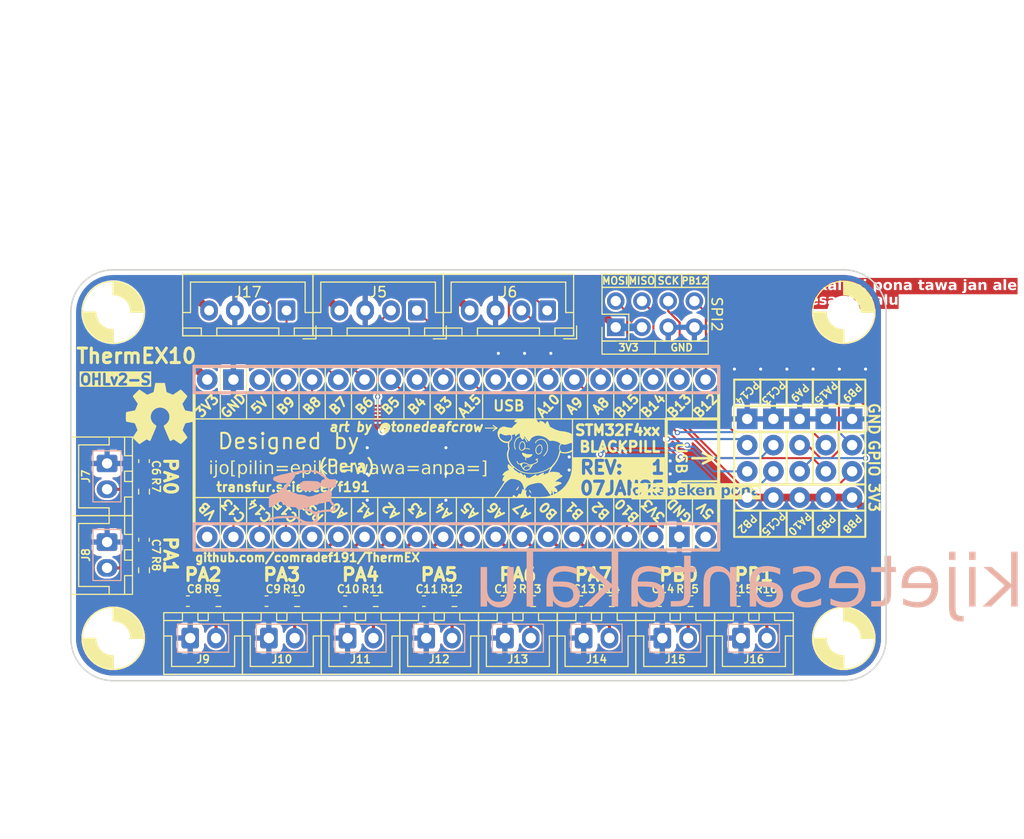
<source format=kicad_pcb>
(kicad_pcb (version 20240108) (generator "pcbnew") (generator_version "8.0")
  (layers (0 "F.Cu" signal) (31 "B.Cu" signal) (34 "B.Paste" user) (35 "F.Paste" user) (36 "B.SilkS" user "B.Silkscreen") (37 "F.SilkS" user "F.Silkscreen") (38 "B.Mask" user) (39 "F.Mask" user) (44 "Edge.Cuts" user))
  (net 0 "")
  (net 2 "GND")
  (net 3 "/ADC-0")
  (net 4 "/ADC-1")
  (net 5 "/ADC-2")
  (net 6 "/ADC-3")
  (net 7 "/ADC-4")
  (net 8 "/ADC-5")
  (net 9 "/ADC-6")
  (net 10 "/ADC-7")
  (net 11 "/ADC-8")
  (net 12 "/ADC-9")
  (net 13 "/GPIO-9")
  (net 14 "/GPIO-11")
  (net 15 "/GPIO-6")
  (net 16 "/GPIO-8")
  (net 17 "/GPIO-3")
  (net 18 "/GPIO-12")
  (net 19 "/GPIO-10")
  (net 20 "/GPIO-4")
  (net 21 "/GPIO-2")
  (net 22 "/GPIO-5")
  (net 23 "/GPIO-1")
  (net 24 "+3V3")
  (net 25 "/SPI2-SCK")
  (net 26 "/SPI2-MOSI")
  (net 27 "/SPI2-MISO")
  (net 28 "/I2C-SCL-2")
  (net 29 "/I2C-SDA-2")
  (net 30 "/I2C-SDA-3")
  (net 31 "/I2C-SCL-3")
  (net 32 "/I2C-SDA-1")
  (net 33 "/I2C-SCL-1")
  (footprint "Capacitor_SMD:C_0603_1608Metric" (layer "F.Cu") (at 113.0078 62.2514 90)
    (property "Reference" "C6")
    (property "Value" "100nF")
  )
  (footprint "Resistor_SMD:R_0603_1608Metric" (layer "F.Cu") (at 113.0078 65.2114 90)
    (property "Reference" "R7")
    (property "Value" "4.7kΩ")
  )
  (footprint "CustomFootprints:JST-XH_1x02-V ~ Custom" (layer "F.Cu") (at 141.5878 79.4014)
    (property "Reference" "J12")
    (property "Value" "1x2-JSTXH")
  )
  (footprint "CustomFootprints:M3 Mounting Hole ~ Classic" (layer "F.Cu") (at 180.7678 47.8264)
    (property "Reference" "H2" (hide yes))
    (property "Value" "M3 Mounting Hole")
  )
  (footprint "Resistor_SMD:R_0603_1608Metric" (layer "F.Cu") (at 165.9278 75.8214 180)
    (property "Reference" "R15")
    (property "Value" "4.7kΩ")
  )
  (footprint "Resistor_SMD:R_0603_1608Metric" (layer "F.Cu") (at 120.2078 75.8214 180)
    (property "Reference" "R9")
    (property "Value" "4.7kΩ")
  )
  (footprint "Connector_PinHeader_2.54mm:PinHeader_2x05_P2.54mm_Vertical" (layer "F.Cu") (at 181.576 60.706 -90)
    (property "Reference" "J2" (hide yes))
    (property "Value" "2.54_2x5-M")
  )
  (footprint "Resistor_SMD:R_0603_1608Metric" (layer "F.Cu") (at 143.0678 75.8214 180)
    (property "Reference" "R12")
    (property "Value" "4.7kΩ")
  )
  (footprint "Connector_JST:JST_XH_B4B-XH-A_1x04_P2.50mm_Vertical" (layer "F.Cu") (at 139.4268 47.658 180)
    (property "Reference" "J5")
    (property "Value" "1x4-JSTXH")
  )
  (footprint "Connector_PinHeader_2.54mm:PinHeader_2x04_P2.54mm_Vertical" (layer "F.Cu") (at 158.6868 49.288 90)
    (property "Reference" "J4" (hide yes))
    (property "Value" "2.54_2x4-M")
  )
  (footprint "Capacitor_SMD:C_0603_1608Metric" (layer "F.Cu") (at 162.9678 75.8214 180)
    (property "Reference" "C14")
    (property "Value" "100nF")
  )
  (footprint "Capacitor_SMD:C_0603_1608Metric" (layer "F.Cu") (at 170.5878 75.8214 180)
    (property "Reference" "C15")
    (property "Value" "100nF")
  )
  (footprint "CustomFootprints:M3 Mounting Hole ~ Classic" (layer "F.Cu") (at 180.7678 79.4264)
    (property "Reference" "H4" (hide yes))
    (property "Value" "M3 Mounting Hole")
  )
  (footprint "CustomFootprints:Socketed MCU - STM32 BlackPill" (layer "F.Cu") (at 143.256 61.976)
    (property "Reference" "U1" (hide yes))
    (property "Value" "~")
  )
  (footprint "Resistor_SMD:R_0603_1608Metric" (layer "F.Cu") (at 173.5478 75.8214 180)
    (property "Reference" "R16")
    (property "Value" "4.7kΩ")
  )
  (footprint "LOGO" (layer "F.Cu") (at 150.607701 61.726801)
    (property "Reference" "G***" (hide yes))
    (property "Value" "LOGO" (hide yes))
  )
  (footprint "Resistor_SMD:R_0603_1608Metric" (layer "F.Cu") (at 127.8278 75.8214 180)
    (property "Reference" "R10")
    (property "Value" "4.7kΩ")
  )
  (footprint "CustomFootprints:JST-XH_1x02-V ~ Custom" (layer "F.Cu") (at 109.4278 71.3514 -90)
    (property "Reference" "J8")
    (property "Value" "1x2-JSTXH")
  )
  (footprint "CustomFootprints:JST-XH_1x02-V ~ Custom" (layer "F.Cu") (at 118.7278 79.4014)
    (property "Reference" "J9")
    (property "Value" "1x2-JSTXH")
  )
  (footprint "Capacitor_SMD:C_0603_1608Metric" (layer "F.Cu") (at 155.3478 75.8214 180)
    (property "Reference" "C13")
    (property "Value" "100nF")
  )
  (footprint "Resistor_SMD:R_0603_1608Metric" (layer "F.Cu") (at 158.3078 75.8214 180)
    (property "Reference" "R14")
    (property "Value" "4.7kΩ")
  )
  (footprint "CustomFootprints:JST-XH_1x02-V ~ Custom" (layer "F.Cu") (at 164.4478 79.4014)
    (property "Reference" "J15")
    (property "Value" "1x2-JSTXH")
  )
  (footprint "CustomFootprints:M3 Mounting Hole ~ Classic" (layer "F.Cu") (at 110.0278 79.4264)
    (property "Reference" "H3" (hide yes))
    (property "Value" "M3 Mounting Hole")
  )
  (footprint "CustomFootprints:JST-XH_1x02-V ~ Custom" (layer "F.Cu") (at 149.2078 79.4014)
    (property "Reference" "J13")
    (property "Value" "1x2-JSTXH")
  )
  (footprint "Connector_JST:JST_XH_B4B-XH-A_1x04_P2.50mm_Vertical" (layer "F.Cu") (at 152.0468 47.658 180)
    (property "Reference" "J6")
    (property "Value" "1x4-JSTXH")
  )
  (footprint "Capacitor_SMD:C_0603_1608Metric" (layer "F.Cu") (at 124.8678 75.8214 180)
    (property "Reference" "C9")
    (property "Value" "100nF")
  )
  (footprint "Capacitor_SMD:C_0603_1608Metric" (layer "F.Cu") (at 140.1078 75.8214 180)
    (property "Reference" "C11")
    (property "Value" "100nF")
  )
  (footprint "CustomFootprints:JST-XH_1x02-V ~ Custom" (layer "F.Cu") (at 156.8278 79.4014)
    (property "Reference" "J14")
    (property "Value" "1x2-JSTXH")
  )
  (footprint "CustomFootprints:M3 Mounting Hole ~ Classic" (layer "F.Cu") (at 110.0278 47.8264)
    (property "Reference" "H1" (hide yes))
    (property "Value" "M3 Mounting Hole")
  )
  (footprint "Capacitor_SMD:C_0603_1608Metric" (layer "F.Cu") (at 147.7278 75.8214 180)
    (property "Reference" "C12")
    (property "Value" "100nF")
  )
  (footprint "Resistor_SMD:R_0603_1608Metric" (layer "F.Cu") (at 113.0078 72.8314 90)
    (property "Reference" "R8")
    (property "Value" "4.7kΩ")
  )
  (footprint "Resistor_SMD:R_0603_1608Metric" (layer "F.Cu") (at 150.6878 75.8214 180)
    (property "Reference" "R13")
    (property "Value" "4.7kΩ")
  )
  (footprint "Connector_PinHeader_2.54mm:PinHeader_1x05_P2.54mm_Vertical" (layer "F.Cu") (at 181.576 65.786 -90)
    (property "Reference" "J3" (hide yes))
    (property "Value" "2.54_1x5-M")
  )
  (footprint "CustomFootprints:JST-XH_1x02-V ~ Custom" (layer "F.Cu") (at 126.3478 79.4014)
    (property "Reference" "J10")
    (property "Value" "1x2-JSTXH")
  )
  (footprint "CustomFootprints:JST-XH_1x02-V ~ Custom" (layer "F.Cu") (at 109.4278 63.7314 -90)
    (property "Reference" "J7")
    (property "Value" "1x2-JSTXH")
  )
  (footprint "Capacitor_SMD:C_0603_1608Metric" (layer "F.Cu") (at 117.2478 75.8214 180)
    (property "Reference" "C8")
    (property "Value" "100nF")
  )
  (footprint "Connector_JST:JST_XH_B4B-XH-A_1x04_P2.50mm_Vertical" (layer "F.Cu") (at 126.8068 47.658 180)
    (property "Reference" "J17")
    (property "Value" "1x4-JSTXH")
  )
  (footprint "Symbol:OSHW-Symbol_6.7x6mm_SilkScreen" (layer "F.Cu") (at 114.554 57.658)
    (property "Reference" "REF**" (hide yes))
    (property "Value" "OSHW-Symbol_6.7x6mm_SilkScreen" (hide yes))
  )
  (footprint "Connector_PinHeader_2.54mm:PinHeader_1x05_P2.54mm_Vertical" (layer "F.Cu") (at 181.576 58.166 -90)
    (property "Reference" "J1" (hide yes))
    (property "Value" "2.54_1x5-M")
  )
  (footprint "CustomFootprints:JST-XH_1x02-V ~ Custom" (layer "F.Cu") (at 133.9678 79.4014)
    (property "Reference" "J11")
    (property "Value" "1x2-JSTXH")
  )
  (footprint "Capacitor_SMD:C_0603_1608Metric" (layer "F.Cu") (at 113.0078 69.8714 90)
    (property "Reference" "C7")
    (property "Value" "100nF")
  )
  (footprint "LOGO" (layer "F.Cu") (at 150.639 61.9518)
    (property "Reference" "G***" (hide yes))
    (property "Value" "LOGO" (hide yes))
  )
  (footprint "Capacitor_SMD:C_0603_1608Metric" (layer "F.Cu") (at 132.4878 75.8214 180)
    (property "Reference" "C10")
    (property "Value" "100nF")
  )
  (footprint "CustomFootprints:JST-XH_1x02-V ~ Custom" (layer "F.Cu") (at 172.0678 79.4014)
    (property "Reference" "J16")
    (property "Value" "1x2-JSTXH")
  )
  (footprint "Resistor_SMD:R_0603_1608Metric" (layer "F.Cu") (at 135.4478 75.8214 180)
    (property "Reference" "R11")
    (property "Value" "4.7kΩ")
  )
  (footprint "LOGO" (layer "B.Cu") (at 128.3494 66.0928 180)
    (property "Reference" "G***" (hide yes))
    (property "Value" "LOGO" (hide yes))
  )
  (gr_rect (start 117.856 68.326) (end 168.656 70.866) (stroke (width 0.3)) (fill none) (layer "B.SilkS"))
  (gr_rect (start 117.856 53.086) (end 168.656 55.626) (stroke (width 0.3)) (fill none) (layer "B.SilkS"))
  (gr_line (start 147.193 59.055) (end 146.812 58.801) (stroke (width 0.1)) (layer "F.SilkS"))
  (gr_line (start 153.416 65.4483) (end 151.979 65.786) (stroke (width 0.1)) (layer "F.SilkS"))
  (gr_line (start 168.656 70.866) (end 168.656 53.086) (stroke (width 0.3)) (layer "F.SilkS"))
  (gr_line (start 175.236 59.436) (end 175.236 64.516) (stroke (width 0.2)) (layer "F.SilkS"))
  (gr_line (start 168.656 65.786) (end 163.576 65.786) (stroke (width 0.3)) (layer "F.SilkS"))
  (gr_rect (start 177.776 56.896) (end 175.236 54.356) (stroke (width 0.2)) (fill none) (layer "F.SilkS"))
  (gr_line (start 163.576 65.786) (end 163.576 58.166) (stroke (width 0.3)) (layer "F.SilkS"))
  (gr_rect (start 172.696 69.596) (end 170.156 67.056) (stroke (width 0.2)) (fill none) (layer "F.SilkS"))
  (gr_rect (start 175.236 69.596) (end 172.696 67.056) (stroke (width 0.2)) (fill none) (layer "F.SilkS"))
  (gr_rect (start 162.4968 44.148) (end 159.9268 45.418) (stroke (width 0.12)) (fill none) (layer "F.SilkS"))
  (gr_rect (start 162.4968 50.618) (end 157.3568 51.888) (stroke (width 0.12)) (fill none) (layer "F.SilkS"))
  (gr_line (start 168.656 58.166) (end 163.576 58.166) (stroke (width 0.3)) (layer "F.SilkS"))
  (gr_rect (start 177.776 69.596) (end 175.236 67.056) (stroke (width 0.2)) (fill none) (layer "F.SilkS"))
  (gr_rect (start 154.499998 61.925) (end 155.25 65.786) (stroke (width 0.1)) (fill solid) (layer "F.SilkS"))
  (gr_poly (pts (xy 164.607408 64.531408) (xy 164.846 64.531408) (xy 164.846 64.262) (xy 164.719 64.262)) (stroke (width 0.1)) (fill solid) (layer "F.SilkS"))
  (gr_rect (start 159.9268 44.148) (end 157.3568 45.418) (stroke (width 0.12)) (fill none) (layer "F.SilkS"))
  (gr_rect (start 182.856 59.436) (end 170.156 56.896) (stroke (width 0.2)) (fill none) (layer "F.SilkS"))
  (gr_arc (start 164.607408 64.531408) (mid 164.719 64.262) (end 164.988408 64.150408) (stroke (width 0.1)) (layer "F.SilkS"))
  (gr_line (start 154.499998 58.175) (end 154.499998 62.789) (stroke (width 0.12)) (layer "F.SilkS"))
  (gr_rect (start 167.6368 44.148) (end 165.0668 45.418) (stroke (width 0.12)) (fill none) (layer "F.SilkS"))
  (gr_rect (start 164.988408 64.150408) (end 168.656 64.262) (stroke (width 0.1)) (fill solid) (layer "F.SilkS"))
  (gr_line (start 177.776 59.436) (end 177.776 64.516) (stroke (width 0.2)) (layer "F.SilkS"))
  (gr_rect (start 175.236 56.896) (end 172.696 54.356) (stroke (width 0.2)) (fill none) (layer "F.SilkS"))
  (gr_poly (pts (xy 164.988408 64.150408) (xy 164.988408 64.389) (xy 164.719 64.389) (xy 164.719 64.262)) (stroke (width 0.1)) (fill solid) (layer "F.SilkS"))
  (gr_rect (start 182.856 67.056) (end 170.156 64.516) (stroke (width 0.2)) (fill none) (layer "F.SilkS"))
  (gr_rect (start 182.856 69.596) (end 180.316 67.056) (stroke (width 0.2)) (fill none) (layer "F.SilkS"))
  (gr_rect (start 164.607408 64.531408) (end 164.719 65.786) (stroke (width 0.1)) (fill solid) (layer "F.SilkS"))
  (gr_rect (start 180.316 56.896) (end 177.776 54.356) (stroke (width 0.2)) (fill none) (layer "F.SilkS"))
  (gr_rect (start 180.316 69.596) (end 177.776 67.056) (stroke (width 0.2)) (fill none) (layer "F.SilkS"))
  (gr_line (start 146.05 59.055) (end 147.193 59.055) (stroke (width 0.1)) (layer "F.SilkS"))
  (gr_line (start 117.856 70.866) (end 123.479 70.866) (stroke (width 0.3)) (layer "F.SilkS"))
  (gr_rect (start 182.856 56.896) (end 180.316 54.356) (stroke (width 0.2)) (fill none) (layer "F.SilkS"))
  (gr_line (start 180.316 59.436) (end 180.316 64.516) (stroke (width 0.2)) (layer "F.SilkS"))
  (gr_poly (pts (xy 153.441 65.1356) (xy 154.499998 65.1106) (xy 154.499998 63.5352) (xy 154.25 64.125) (xy 154.075 64.5) (xy 153.875 64.775)) (stroke (width 0.1)) (fill solid) (layer "F.SilkS"))
  (gr_rect (start 172.696 56.896) (end 170.156 54.356) (stroke (width 0.2)) (fill none) (layer "F.SilkS"))
  (gr_line (start 117.856 70.866) (end 117.856 53.086) (stroke (width 0.3)) (layer "F.SilkS"))
  (gr_line (start 168.656 53.086) (end 117.856 53.086) (stroke (width 0.3)) (layer "F.SilkS"))
  (gr_line (start 147.193 59.055) (end 146.812 59.309) (stroke (width 0.1)) (layer "F.SilkS"))
  (gr_arc (start 154.499998 62.786002) (mid 153.621318 64.90732) (end 151.5 65.786) (stroke (width 0.12)) (layer "F.SilkS"))
  (gr_line (start 172.696 59.436) (end 172.696 64.516) (stroke (width 0.2)) (layer "F.SilkS"))
  (gr_rect (start 153.416 65.1106) (end 154.499998 65.786) (stroke (width 0.1)) (fill solid) (layer "F.SilkS"))
  (gr_line (start 172.696 67.056) (end 170.156 67.056) (stroke (width 0.1)) (layer "F.SilkS"))
  (gr_poly (pts (xy 153.416 65.1106) (xy 153.416 65.786) (xy 151.979 65.786) (xy 152.775 65.525) (xy 152.9 65.45)) (stroke (width 0.1)) (fill solid) (layer "F.SilkS"))
  (gr_line (start 153.416 70.866) (end 150.876 70.866) (stroke (width 0.1)) (layer "F.SilkS"))
  (gr_rect (start 182.856 64.516) (end 170.156 59.436) (stroke (width 0.2)) (fill none) (layer "F.SilkS"))
  (gr_rect (start 165.0668 44.148) (end 162.4968 45.418) (stroke (width 0.12)) (fill none) (layer "F.SilkS"))
  (gr_rect (start 167.6368 50.618) (end 162.4968 51.888) (stroke (width 0.12)) (fill none) (layer "F.SilkS"))
  (gr_line (start 168.656 70.866) (end 117.856 70.866) (stroke (width 0.3)) (layer "F.SilkS"))
  (gr_arc (start 180.767801 43.721399) (mid 183.670474 44.923726) (end 184.872801 47.826399) (stroke (width 0.15)) (layer "Edge.Cuts"))
  (gr_line (start 105.9228 79.4264) (end 105.922801 47.826399) (stroke (width 0.15)) (layer "Edge.Cuts"))
  (gr_line (start 110.0278 83.5314) (end 180.7678 83.5314) (stroke (width 0.15)) (layer "Edge.Cuts"))
  (gr_arc (start 110.0278 83.5314) (mid 107.125127 82.329073) (end 105.9228 79.4264) (stroke (width 0.15)) (layer "Edge.Cuts"))
  (gr_arc (start 184.8728 79.4264) (mid 183.670473 82.329073) (end 180.7678 83.5314) (stroke (width 0.15)) (layer "Edge.Cuts"))
  (gr_arc (start 105.922801 47.826399) (mid 107.125128 44.923726) (end 110.027801 43.721399) (stroke (width 0.15)) (layer "Edge.Cuts"))
  (gr_line (start 110.027801 43.721399) (end 180.767801 43.721399) (stroke (width 0.15)) (layer "Edge.Cuts"))
  (gr_line (start 184.872801 47.826399) (end 184.8728 79.4264) (stroke (width 0.15)) (layer "Edge.Cuts"))
  (gr_text "kijetesantakalu li pona tawa jan ale" (at 169.418 45.847 0) (layer "F.Cu" knockout) (effects (font (size 1 1) (thickness 0.15) (bold yes)) (justify left bottom)))
  (gr_text "o olin kijetesantakalu" (at 169.037 46.101 0) (layer "F.Cu" knockout) (effects (font (size 1 1) (thickness 0.15) (bold yes)) (justify left top)))
  (gr_text "kijetesantakalu" (at 171.6024 74.2696 0) (layer "B.SilkS") (effects (font (size 5 5)) (justify mirror)))
  (gr_text "PA10" (at 176.506 68.326 -135) (layer "F.SilkS") (effects (font (size 0.7 0.7) (thickness 0.15) (bold yes))))
  (gr_text "STM32F4xx\nBLACKPILL" (at 163.122 60.071 0) (layer "F.SilkS") (effects (font (size 1 1) (thickness 0.25) (bold yes)) (justify right)))
  (gr_text "o kepeken pona" (at 166.497 65.151 0) (layer "F.SilkS" knockout) (effects (font (size 1 1) (thickness 0.18) (bold yes))))
  (gr_text "github.com/comradef191/ThermEX" (at 117.856 71.12 0) (layer "F.SilkS") (effects (font (size 0.82 0.82) (thickness 0.2) (bold yes)) (justify left top)))
  (gr_text "art by @tonedeafcrow" (at 145.923 58.42 0) (layer "F.SilkS") (effects (font (size 0.9 0.9) (thickness 0.2) (bold yes) (italic yes)) (justify right top)))
  (gr_text "REV:   1\n07JAN25" (at 163.576 63.881 0) (layer "F.SilkS" knockout) (effects (font (size 1.25 1.25) (thickness 0.3125) (bold yes)) (justify right)))
  (gr_text "GPIO" (at 183.11 61.976 -90) (layer "F.SilkS") (effects (font (size 1 1) (thickness 0.2) (bold yes)) (justify bottom)))
  (gr_text "PA3" (at 126.3478 73.9914 0) (layer "F.SilkS") (effects (font (size 1.25 1.25) (thickness 0.3) (bold yes)) (justify bottom)))
  (gr_text "PA9" (at 176.506 55.626 -135) (layer "F.SilkS") (effects (font (size 0.7 0.7) (thickness 0.15) (bold yes))))
  (gr_text "GND" (at 165.0668 51.253 0) (layer "F.SilkS") (effects (font (size 0.7 0.7) (thickness 0.15) (bold yes))))
  (gr_text "PA1" (at 114.8378 71.3514 -90) (layer "F.SilkS") (effects (font (size 1.25 1.25) (thickness 0.3) (bold yes)) (justify bottom)))
  (gr_text "(Pera)" (at 129.794 62.738 0) (layer "F.SilkS") (effects (font (size 1.15 1.15) (thickness 0.2) (bold yes)) (justify left)))
  (gr_text "PC13" (at 173.966 55.626 -135) (layer "F.SilkS") (effects (font (size 0.7 0.7) (thickness 0.15) (bold yes))))
  (gr_text "MISO" (at 161.2118 44.783 0) (layer "F.SilkS") (effects (font (size 0.7 0.7) (thickness 0.15) (bold yes))))
  (gr_text "PA7" (at 156.5148 73.9914 0) (layer "F.SilkS") (effects (font (size 1.25 1.25) (thickness 0.3) (bold yes)) (justify bottom)))
  (gr_text "PB1" (at 172.0678 73.9914 0) (layer "F.SilkS") (effects (font (size 1.25 1.25) (thickness 0.3) (bold yes)) (justify bottom)))
  (gr_text "PA2" (at 118.7278 73.9914 0) (layer "F.SilkS") (effects (font (size 1.25 1.25) (thickness 0.3) (bold yes)) (justify bottom)))
  (gr_text "3V3" (at 159.9268 51.253 0) (layer "F.SilkS") (effects (font (size 0.7 0.7) (thickness 0.15) (bold yes))))
  (gr_text "PB2" (at 171.426 68.326 -135) (layer "F.SilkS") (effects (font (size 0.7 0.7) (thickness 0.15) (bold yes))))
  (gr_text "transfur.science/f191" (at 119.888 64.77 0) (layer "F.SilkS") (effects (font (size 0.9 0.9) (thickness 0.2) (bold yes)) (justify left)))
  (gr_text "PA6" (at 149.2078 73.9914 0) (layer "F.SilkS") (effects (font (size 1.25 1.25) (thickness 0.3) (bold yes)) (justify bottom)))
  (gr_text "GND" (at 183.11 58.166 -90) (layer "F.SilkS") (effects (font (size 1 1) (thickness 0.2) (bold yes)) (justify bottom)))
  (gr_text "PC14" (at 171.426 55.626 -135) (layer "F.SilkS") (effects (font (size 0.7 0.7) (thickness 0.15) (bold yes))))
  (gr_text "3V3" (at 183.11 65.786 -90) (layer "F.SilkS") (effects (font (size 1 1) (thickness 0.2) (bold yes)) (justify bottom)))
  (gr_text "PC15" (at 173.966 68.326 -135) (layer "F.SilkS") (effects (font (size 0.7 0.7) (thickness 0.15) (bold yes))))
  (gr_text "PA5" (at 141.5878 73.9914 0) (layer "F.SilkS") (effects (font (size 1.25 1.25) (thickness 0.3) (bold yes)) (justify bottom)))
  (gr_text "SCK" (at 163.7818 44.783 0) (layer "F.SilkS") (effects (font (size 0.7 0.7) (thickness 0.15) (bold yes))))
  (gr_text "PB0" (at 164.7798 73.9914 0) (layer "F.SilkS") (effects (font (size 1.25 1.25) (thickness 0.3) (bold yes)) (justify bottom)))
  (gr_text "PB8" (at 181.586 68.326 -135) (layer "F.SilkS") (effects (font (size 0.7 0.7) (thickness 0.15) (bold yes))))
  (gr_text "PA15" (at 179.046 55.626 -135) (layer "F.SilkS") (effects (font (size 0.7 0.7) (thickness 0.15) (bold yes))))
  (gr_text "PA4" (at 133.9678 73.9914 0) (layer "F.SilkS") (effects (font (size 1.25 1.25) (thickness 0.3) (bold yes)) (justify bottom)))
  (gr_text "ThermEX10" (at 112.268 52.07 0) (layer "F.SilkS") (effects (font (size 1.4 1.4) (thickness 0.3) (bold yes))))
  (gr_text "MOSI" (at 158.6418 44.783 0) (layer "F.SilkS") (effects (font (size 0.7 0.7) (thickness 0.15) (bold yes))))
  (gr_text "PA0" (at 114.8378 63.7314 -90) (layer "F.SilkS") (effects (font (size 1.25 1.25) (thickness 0.3) (bold yes)) (justify bottom)))
  (gr_text "PB12" (at 166.3518 44.783 0) (layer "F.SilkS") (effects (font (size 0.65 0.65) (thickness 0.15) (bold yes))))
  (gr_text "PB9" (at 181.586 55.626 -135) (layer "F.SilkS") (effects (font (size 0.7 0.7) (thickness 0.15) (bold yes))))
  (gr_text "PB5" (at 179.046 68.326 -135) (layer "F.SilkS") (effects (font (size 0.7 0.7) (thickness 0.15) (bold yes))))
  (gr_text "ijo[pilin=epiku=wawa=anpa=]" (at 119.253 62.992 0) (layer "F.SilkS") (effects (font (size 1.25 1.25)) (justify left)))
  (gr_text "Designed by" (at 127 60.325 0) (layer "F.SilkS") (effects (font (size 1.5 1.5) (thickness 0.2) (bold yes))))
  (gr_text "OHLv2-S" (at 110.236 54.356 0) (layer "F.SilkS" knockout) (effects (font (size 1 1) (thickness 0.25) (bold yes))))
  (gr_text "SPI2" (at 168.4658 48.018 -90) (layer "F.SilkS") (effects (font (size 1 1) (thickness 0.15) (bold yes))))
  (via (at 154.178 63.119) (size 0.5) (drill 0.3) (layers "F.Cu" "B.Cu") (net 2))
  (via (at 134.62 66.04) (size 0.5) (drill 0.3) (layers "F.Cu" "B.Cu") (net 2))
  (via (at 163.957 62.23) (size 0.5) (drill 0.3) (layers "F.Cu" "B.Cu") (net 2))
  (via (at 177.8 53.34) (size 0.5) (drill 0.3) (layers "F.Cu" "B.Cu") (net 2))
  (via (at 134.62 60.96) (size 0.5) (drill 0.3) (layers "F.Cu" "B.Cu") (net 2))
  (via (at 152.4 51.816) (size 0.5) (drill 0.3) (layers "F.Cu" "B.Cu") (net 2))
  (via (at 170.18 53.34) (size 0.5) (drill 0.3) (layers "F.Cu" "B.Cu") (net 2))
  (via (at 134.62 63.5) (size 0.5) (drill 0.3) (layers "F.Cu" "B.Cu") (net 2))
  (via (at 142.24 63.5) (size 0.5) (drill 0.3) (layers "F.Cu" "B.Cu") (net 2))
  (via (at 142.24 66.04) (size 0.5) (drill 0.3) (layers "F.Cu" "B.Cu") (net 2))
  (via (at 163.957 64.77) (size 0.5) (drill 0.3) (layers "F.Cu" "B.Cu") (net 2))
  (via (at 154.178 61.849) (size 0.5) (drill 0.3) (layers "F.Cu" "B.Cu") (net 2))
  (via (at 180.34 53.34) (size 0.5) (drill 0.3) (layers "F.Cu" "B.Cu") (net 2))
  (via (at 172.72 53.34) (size 0.5) (drill 0.3) (layers "F.Cu" "B.Cu") (net 2))
  (via (at 182.88 53.34) (size 0.5) (drill 0.3) (layers "F.Cu" "B.Cu") (net 2))
  (via (at 175.26 53.34) (size 0.5) (drill 0.3) (layers "F.Cu" "B.Cu") (net 2))
  (via (at 142.24 60.96) (size 0.5) (drill 0.3) (layers "F.Cu" "B.Cu") (net 2))
  (via (at 163.957 63.5) (size 0.5) (drill 0.3) (layers "F.Cu" "B.Cu") (net 2))
  (via (at 147.32 51.816) (size 0.5) (drill 0.3) (layers "F.Cu" "B.Cu") (net 2))
  (via (at 149.86 51.816) (size 0.5) (drill 0.3) (layers "F.Cu" "B.Cu") (net 2))
  (segment (start 118.4148 71.5264) (end 129.8956 71.5264) (width 0.3) (layer "F.Cu") (net 3))
  (segment (start 114.427 67.5386) (end 118.4148 71.5264) (width 0.3) (layer "F.Cu") (net 3))
  (segment (start 110.6313 64.9879) (end 111.8878 63.7314) (width 0.3) (layer "F.Cu") (net 3))
  (segment (start 113.0078 63.0264) (end 113.0078 64.1809) (width 0.3) (layer "F.Cu") (net 3))
  (segment (start 129.8956 71.5264) (end 131.826 69.596) (width 0.3) (layer "F.Cu") (net 3))
  (segment (start 113.6424 63.7314) (end 114.427 64.516) (width 0.3) (layer "F.Cu") (net 3))
  (segment (start 114.427 64.516) (end 114.427 67.5386) (width 0.3) (layer "F.Cu") (net 3))
  (segment (start 111.8878 63.7314) (end 113.6424 63.7314) (width 0.3) (layer "F.Cu") (net 3))
  (segment (start 113.0078 63.4504) (end 113.0078 63.5194) (width 0.3) (layer "F.Cu") (net 3))
  (segment (start 109.6398 64.9879) (end 110.6313 64.9879) (width 0.3) (layer "F.Cu") (net 3))
  (segment (start 113.0078 64.1809) (end 113.2198 64.3929) (width 0.3) (layer "F.Cu") (net 3))
  (segment (start 114.2901 71.9864) (end 131.9756 71.9864) (width 0.3) (layer "F.Cu") (net 4))
  (segment (start 110.6313 72.6079) (end 111.8878 71.3514) (width 0.3) (layer "F.Cu") (net 4))
  (segment (start 109.6398 72.6079) (end 110.6313 72.6079) (width 0.3) (layer "F.Cu") (net 4))
  (segment (start 113.6551 71.3514) (end 114.2901 71.9864) (width 0.3) (layer "F.Cu") (net 4))
  (segment (start 131.9756 71.9864) (end 134.366 69.596) (width 0.3) (layer "F.Cu") (net 4))
  (segment (start 111.8878 71.3514) (end 113.6551 71.3514) (width 0.3) (layer "F.Cu") (net 4))
  (segment (start 113.0078 72.0064) (end 113.0078 70.6464) (width 0.3) (layer "F.Cu") (net 4))
  (segment (start 119.3828 75.8214) (end 118.0228 75.8214) (width 0.3) (layer "F.Cu") (net 5))
  (segment (start 118.7278 75.3174) (end 121.5988 72.4464) (width 0.3) (layer "F.Cu") (net 5))
  (segment (start 134.0556 72.4464) (end 136.906 69.596) (width 0.3) (layer "F.Cu") (net 5))
  (segment (start 119.9843 79.1894) (end 119.9843 78.1979) (width 0.3) (layer "F.Cu") (net 5))
  (segment (start 119.9843 78.1979) (end 118.7278 76.9414) (width 0.3) (layer "F.Cu") (net 5))
  (segment (start 121.5988 72.4464) (end 134.0556 72.4464) (width 0.3) (layer "F.Cu") (net 5))
  (segment (start 118.7278 76.9414) (end 118.7278 75.3174) (width 0.3) (layer "F.Cu") (net 5))
  (segment (start 126.3478 76.9414) (end 126.3478 75.0834) (width 0.3) (layer "F.Cu") (net 6))
  (segment (start 127.0028 75.8214) (end 125.6428 75.8214) (width 0.3) (layer "F.Cu") (net 6))
  (segment (start 128.5248 72.9064) (end 136.1356 72.9064) (width 0.3) (layer "F.Cu") (net 6))
  (segment (start 127.6043 79.1894) (end 127.6043 78.1979) (width 0.3) (layer "F.Cu") (net 6))
  (segment (start 126.3478 75.0834) (end 128.5248 72.9064) (width 0.3) (layer "F.Cu") (net 6))
  (segment (start 136.1356 72.9064) (end 139.446 69.596) (width 0.3) (layer "F.Cu") (net 6))
  (segment (start 127.6043 78.1979) (end 126.3478 76.9414) (width 0.3) (layer "F.Cu") (net 6))
  (segment (start 134.8628 73.3664) (end 138.2156 73.3664) (width 0.3) (layer "F.Cu") (net 7))
  (segment (start 133.9678 76.9414) (end 133.9678 74.2614) (width 0.3) (layer "F.Cu") (net 7))
  (segment (start 135.2243 78.1979) (end 133.9678 76.9414) (width 0.3) (layer "F.Cu") (net 7))
  (segment (start 134.6228 75.8214) (end 133.2628 75.8214) (width 0.3) (layer "F.Cu") (net 7))
  (segment (start 133.9678 74.2614) (end 134.8628 73.3664) (width 0.3) (layer "F.Cu") (net 7))
  (segment (start 135.2243 79.1894) (end 135.2243 78.1979) (width 0.3) (layer "F.Cu") (net 7))
  (segment (start 138.2156 73.3664) (end 141.986 69.596) (width 0.3) (layer "F.Cu") (net 7))
  (segment (start 141.5878 76.9414) (end 141.5878 72.5342) (width 0.3) (layer "F.Cu") (net 8))
  (segment (start 142.8443 79.1894) (end 142.8443 78.1979) (width 0.3) (layer "F.Cu") (net 8))
  (segment (start 142.8443 78.1979) (end 141.5878 76.9414) (width 0.3) (layer "F.Cu") (net 8))
  (segment (start 142.2428 75.8214) (end 140.8828 75.8214) (width 0.3) (layer "F.Cu") (net 8))
  (segment (start 141.5878 72.5342) (end 144.526 69.596) (width 0.3) (layer "F.Cu") (net 8))
  (segment (start 149.8628 75.8214) (end 148.5028 75.8214) (width 0.3) (layer "F.Cu") (net 9))
  (segment (start 150.4643 79.1894) (end 150.4643 78.1979) (width 0.3) (layer "F.Cu") (net 9))
  (segment (start 149.2078 71.7378) (end 147.066 69.596) (width 0.3) (layer "F.Cu") (net 9))
  (segment (start 149.2078 76.9414) (end 149.2078 71.7378) (width 0.3) (layer "F.Cu") (net 9))
  (segment (start 150.4643 78.1979) (end 149.2078 76.9414) (width 0.3) (layer "F.Cu") (net 9))
  (segment (start 153.7208 73.7108) (end 155.8798 73.7108) (width 0.3) (layer "F.Cu") (net 10))
  (segment (start 156.8278 76.9414) (end 158.0843 78.1979) (width 0.3) (layer "F.Cu") (net 10))
  (segment (start 158.0843 78.1979) (end 158.0843 79.1894) (width 0.3) (layer "F.Cu") (net 10))
  (segment (start 156.8278 74.6588) (end 156.8278 76.9414) (width 0.3) (layer "F.Cu") (net 10))
  (segment (start 155.8798 73.7108) (end 156.8278 74.6588) (width 0.3) (layer "F.Cu") (net 10))
  (segment (start 157.4828 75.8214) (end 156.1228 75.8214) (width 0.3) (layer "F.Cu") (net 10))
  (segment (start 149.606 69.596) (end 153.7208 73.7108) (width 0.3) (layer "F.Cu") (net 10))
  (segment (start 165.1028 75.8214) (end 163.7428 75.8214) (width 0.3) (layer "F.Cu") (net 11))
  (segment (start 165.7043 78.1979) (end 165.7043 79.1894) (width 0.3) (layer "F.Cu") (net 11))
  (segment (start 164.4478 76.9414) (end 165.7043 78.1979) (width 0.3) (layer "F.Cu") (net 11))
  (segment (start 162.2624 72.898) (end 164.4478 75.0834) (width 0.3) (layer "F.Cu") (net 11))
  (segment (start 155.448 72.898) (end 162.2624 72.898) (width 0.3) (layer "F.Cu") (net 11))
  (segment (start 164.4478 75.0834) (end 164.4478 76.9414) (width 0.3) (layer "F.Cu") (net 11))
  (segment (start 152.146 69.596) (end 155.448 72.898) (width 0.3) (layer "F.Cu") (net 11))
  (segment (start 172.0678 75.0834) (end 172.0678 76.9414) (width 0.3) (layer "F.Cu") (net 12))
  (segment (start 156.972 71.882) (end 168.8664 71.882) (width 0.3) (layer "F.Cu") (net 12))
  (segment (start 172.7228 75.8214) (end 171.3628 75.8214) (width 0.3) (layer "F.Cu") (net 12))
  (segment (start 173.3243 78.1979) (end 173.3243 79.1894) (width 0.3) (layer "F.Cu") (net 12))
  (segment (start 172.0678 76.9414) (end 173.3243 78.1979) (width 0.3) (layer "F.Cu") (net 12))
  (segment (start 168.8664 71.882) (end 172.0678 75.0834) (width 0.3) (layer "F.Cu") (net 12))
  (segment (start 154.686 69.596) (end 156.972 71.882) (width 0.3) (layer "F.Cu") (net 12))
  (segment (start 170.156 59.426) (end 177.756 59.426) (width 0.2) (layer "F.Cu") (net 13))
  (segment (start 146.325 56.155) (end 155.975883 56.155) (width 0.2) (layer "F.Cu") (net 13))
  (segment (start 177.756 59.426) (end 179.036 60.706) (width 0.2) (layer "F.Cu") (net 13))
  (segment (start 156.187883 56.367) (end 167.097 56.367) (width 0.2) (layer "F.Cu") (net 13))
  (segment (start 144.526 54.356) (end 146.325 56.155) (width 0.2) (layer "F.Cu") (net 13))
  (segment (start 167.097 56.367) (end 170.156 59.426) (width 0.2) (layer "F.Cu") (net 13))
  (segment (start 155.975883 56.155) (end 156.187883 56.367) (width 0.2) (layer "F.Cu") (net 13))
  (segment (start 179.397 56.007) (end 156.337 56.007) (width 0.2) (layer "F.Cu") (net 14))
  (segment (start 179.55791 61.966) (end 180.296 61.22791) (width 0.2) (layer "F.Cu") (net 14))
  (segment (start 178.51409 61.966) (end 179.55791 61.966) (width 0.2) (layer "F.Cu") (net 14))
  (segment (start 176.496 60.706) (end 177.25409 60.706) (width 0.2) (layer "F.Cu") (net 14))
  (segment (start 177.25409 60.706) (end 178.51409 61.966) (width 0.2) (layer "F.Cu") (net 14))
  (segment (start 180.296 56.906) (end 179.397 56.007) (width 0.2) (layer "F.Cu") (net 14))
  (segment (start 180.296 61.22791) (end 180.296 56.906) (width 0.2) (layer "F.Cu") (net 14))
  (segment (start 156.337 56.007) (end 154.686 54.356) (width 0.2) (layer "F.Cu") (net 14))
  (segment (start 170.676884 64.506) (end 163.257884 57.087) (width 0.2) (layer "F.Cu") (net 15))
  (segment (start 129.286 55.626) (end 129.286 54.356) (width 0.2) (layer "F.Cu") (net 15))
  (segment (start 130.556 56.896) (end 129.286 55.626) (width 0.2) (layer "F.Cu") (net 15))
  (segment (start 180.316 64.506) (end 170.676884 64.506) (width 0.2) (layer "F.Cu") (net 15))
  (segment (start 181.576 63.246) (end 180.316 64.506) (width 0.2) (layer "F.Cu") (net 15))
  (segment (start 163.257884 57.087) (end 155.889651 57.087) (width 0.2) (layer "F.Cu") (net 15))
  (segment (start 155.698651 56.896) (end 130.556 56.896) (width 0.2) (layer "F.Cu") (net 15))
  (segment (start 155.889651 57.087) (end 155.698651 56.896) (width 0.2) (layer "F.Cu") (net 15))
  (segment (start 155.826767 56.515) (end 139.065 56.515) (width 0.2) (layer "F.Cu") (net 16))
  (segment (start 156.038767 56.727) (end 155.826767 56.515) (width 0.2) (layer "F.Cu") (net 16))
  (segment (start 168.646 61.966) (end 163.407 56.727) (width 0.2) (layer "F.Cu") (net 16))
  (segment (start 163.407 56.727) (end 156.038767 56.727) (width 0.2) (layer "F.Cu") (net 16))
  (segment (start 139.065 56.515) (end 136.906 54.356) (width 0.2) (layer "F.Cu") (net 16))
  (segment (start 179.036 63.246) (end 177.756 61.966) (width 0.2) (layer "F.Cu") (net 16))
  (segment (start 177.756 61.966) (end 168.646 61.966) (width 0.2) (layer "F.Cu") (net 16))
  (segment (start 126.746 62.357) (end 126.746 69.596) (width 0.2) (layer "F.Cu") (net 17))
  (segment (start 164.973 61.849) (end 164.714751 61.849) (width 0.2) (layer "F.Cu") (net 17))
  (segment (start 130.767 58.336) (end 126.746 62.357) (width 0.2) (layer "F.Cu") (net 17))
  (segment (start 161.392751 58.527) (end 155.293183 58.527) (width 0.2) (layer "F.Cu") (net 17))
  (segment (start 155.293183 58.527) (end 155.102183 58.336) (width 0.2) (layer "F.Cu") (net 17))
  (segment (start 155.102183 58.336) (end 130.767 58.336) (width 0.2) (layer "F.Cu") (net 17))
  (segment (start 164.714751 61.849) (end 161.392751 58.527) (width 0.2) (layer "F.Cu") (net 17))
  (via (at 164.973 61.849) (size 0.5) (drill 0.3) (layers "F.Cu" "B.Cu") (net 17))
  (segment (start 164.973 61.849) (end 166.240768 61.849) (width 0.2) (layer "B.Cu") (net 17))
  (segment (start 166.240768 61.849) (end 168.897768 64.506) (width 0.2) (layer "B.Cu") (net 17))
  (segment (start 168.897768 64.506) (end 172.696 64.506) (width 0.2) (layer "B.Cu") (net 17))
  (segment (start 172.696 64.506) (end 173.956 63.246) (width 0.2) (layer "B.Cu") (net 17))
  (segment (start 166.3068 46.748) (end 167.4168 47.858) (width 0.2) (layer "F.Cu") (net 18))
  (segment (start 167.4168 47.858) (end 167.4168 54.3252) (width 0.2) (layer "F.Cu") (net 18))
  (segment (start 167.4168 54.3252) (end 167.386 54.356) (width 0.2) (layer "F.Cu") (net 18))
  (segment (start 182.88 56.95) (end 181.577 55.647) (width 0.2) (layer "F.Cu") (net 19))
  (segment (start 156.546545 55.647) (end 155.966 55.066455) (width 0.2) (layer "F.Cu") (net 19))
  (segment (start 155.966 53.477) (end 155.585 53.096) (width 0.2) (layer "F.Cu") (net 19))
  (segment (start 181.577 55.647) (end 156.546545 55.647) (width 0.2) (layer "F.Cu") (net 19))
  (segment (start 155.585 53.096) (end 152.644 53.096) (width 0.2) (layer "F.Cu") (net 19))
  (segment (start 155.966 55.066455) (end 155.966 53.477) (width 0.2) (layer "F.Cu") (net 19))
  (segment (start 152.644 53.096) (end 152.146 53.594) (width 0.2) (layer "F.Cu") (net 19))
  (segment (start 152.146 53.594) (end 152.146 54.356) (width 0.2) (layer "F.Cu") (net 19))
  (segment (start 182.88 61.976) (end 182.88 56.95) (width 0.2) (layer "F.Cu") (net 19))
  (via (at 182.88 61.976) (size 0.5) (drill 0.3) (layers "F.Cu" "B.Cu") (net 19))
  (segment (start 177.776 61.966) (end 176.496 63.246) (width 0.2) (layer "B.Cu") (net 19))
  (segment (start 182.88 61.976) (end 182.87 61.966) (width 0.2) (layer "B.Cu") (net 19))
  (segment (start 182.87 61.966) (end 177.776 61.966) (width 0.2) (layer "B.Cu") (net 19))
  (segment (start 157.226 61.595) (end 157.226 69.596) (width 0.2) (layer "F.Cu") (net 20))
  (via (at 157.226 61.595) (size 0.5) (drill 0.3) (layers "F.Cu" "B.Cu") (net 20))
  (segment (start 157.607 61.214) (end 166.114884 61.214) (width 0.2) (layer "B.Cu") (net 20))
  (segment (start 168.146884 63.246) (end 171.416 63.246) (width 0.2) (layer "B.Cu") (net 20))
  (segment (start 166.114884 61.214) (end 168.146884 63.246) (width 0.2) (layer "B.Cu") (net 20))
  (segment (start 157.226 61.595) (end 157.607 61.214) (width 0.2) (layer "B.Cu") (net 20))
  (segment (start 124.206 64.387883) (end 124.206 69.596) (width 0.2) (layer "F.Cu") (net 21))
  (segment (start 155.4423 58.167) (end 155.2513 57.976) (width 0.2) (layer "F.Cu") (net 21))
  (segment (start 163.703 60.116) (end 161.754 58.167) (width 0.2) (layer "F.Cu") (net 21))
  (segment (start 155.2513 57.976) (end 130.617883 57.976) (width 0.2) (layer "F.Cu") (net 21))
  (segment (start 130.617883 57.976) (end 124.206 64.387883) (width 0.2) (layer "F.Cu") (net 21))
  (segment (start 161.754 58.167) (end 155.4423 58.167) (width 0.2) (layer "F.Cu") (net 21))
  (via (at 163.703 60.116) (size 0.5) (drill 0.3) (layers "F.Cu" "B.Cu") (net 21))
  (segment (start 163.703 60.116) (end 170.826 60.116) (width 0.2) (layer "B.Cu") (net 21))
  (segment (start 170.826 60.116) (end 171.416 60.706) (width 0.2) (layer "B.Cu") (net 21))
  (segment (start 155.740534 57.447) (end 155.549534 57.256) (width 0.2) (layer "F.Cu") (net 22))
  (segment (start 164.6555 59.4995) (end 162.603 57.447) (width 0.2) (layer "F.Cu") (net 22))
  (segment (start 127.995 57.256) (end 126.746 56.007) (width 0.2) (layer "F.Cu") (net 22))
  (segment (start 126.746 56.007) (end 126.746 54.356) (width 0.2) (layer "F.Cu") (net 22))
  (segment (start 162.603 57.447) (end 155.740534 57.447) (width 0.2) (layer "F.Cu") (net 22))
  (segment (start 155.549534 57.256) (end 127.995 57.256) (width 0.2) (layer "F.Cu") (net 22))
  (via (at 164.6555 59.4995) (size 0.5) (drill 0.3) (layers "F.Cu" "B.Cu") (net 22))
  (segment (start 164.6555 59.4995) (end 164.709 59.446) (width 0.2) (layer "B.Cu") (net 22))
  (segment (start 180.316 59.446) (end 181.576 60.706) (width 0.2) (layer "B.Cu") (net 22))
  (segment (start 164.709 59.446) (end 180.316 59.446) (width 0.2) (layer "B.Cu") (net 22))
  (segment (start 155.400417 57.616) (end 130.468766 57.616) (width 0.2) (layer "F.Cu") (net 23))
  (segment (start 130.468766 57.616) (end 121.666 66.418766) (width 0.2) (layer "F.Cu") (net 23))
  (segment (start 155.591417 57.807) (end 155.400417 57.616) (width 0.2) (layer "F.Cu") (net 23))
  (segment (start 165.608 60.704) (end 165.098 60.704) (width 0.2) (layer "F.Cu") (net 23))
  (segment (start 162.201 57.807) (end 155.591417 57.807) (width 0.2) (layer "F.Cu") (net 23))
  (segment (start 165.098 60.704) (end 162.201 57.807) (width 0.2) (layer "F.Cu") (net 23))
  (segment (start 121.666 66.418766) (end 121.666 69.596) (width 0.2) (layer "F.Cu") (net 23))
  (via (at 165.608 60.704) (size 0.5) (drill 0.3) (layers "F.Cu" "B.Cu") (net 23))
  (segment (start 165.608 60.704) (end 165.758 60.854) (width 0.2) (layer "B.Cu") (net 23))
  (segment (start 165.758 60.854) (end 166.264 60.854) (width 0.2) (layer "B.Cu") (net 23))
  (segment (start 167.376 61.966) (end 172.696 61.966) (width 0.2) (layer "B.Cu") (net 23))
  (segment (start 172.696 61.966) (end 173.956 60.706) (width 0.2) (layer "B.Cu") (net 23))
  (segment (start 166.264 60.854) (end 167.376 61.966) (width 0.2) (layer "B.Cu") (net 23))
  (segment (start 144.5468 47.658) (end 142.969 46.0802) (width 0.75) (layer "F.Cu") (net 24))
  (segment (start 114.554 50.8) (end 114.554 46.228) (width 0.75) (layer "F.Cu") (net 24))
  (segment (start 115.951 44.831) (end 117.729 44.831) (width 0.75) (layer "F.Cu") (net 24))
  (segment (start 117.094 52.324) (end 119.126 54.356) (width 0.75) (layer "F.Cu") (net 24))
  (segment (start 145.161 77.0896) (end 145.161 82.169) (width 0.75) (layer "F.Cu") (net 24))
  (segment (start 111.7342 67.31) (end 106.807 67.31) (width 0.75) (layer "F.Cu") (net 24))
  (segment (start 162.306 68.181787) (end 162.306 69.596) (width 0.75) (layer "F.Cu") (net 24))
  (segment (start 130.349 46.0802) (end 130.349 44.831) (width 0.75) (layer "F.Cu") (net 24))
  (segment (start 113.03 52.324) (end 114.554 50.8) (width 0.75) (layer "F.Cu") (net 24))
  (segment (start 154.2298 44.831) (end 158.6868 49.288) (width 0.75) (layer "F.Cu") (net 24))
  (segment (start 119.3068 47.658) (end 117.729 46.0802) (width 0.75) (layer "F.Cu") (net 24))
  (segment (start 113.0078 66.0364) (end 111.7342 67.31) (width 0.75) (layer "F.Cu") (net 24))
  (segment (start 180.848 75.184) (end 178.181 75.184) (width 0.75) (layer "F.Cu") (net 24))
  (segment (start 178.181 75.184) (end 177.5436 75.8214) (width 0.75) (layer "F.Cu") (net 24))
  (segment (start 113.0078 74.5712) (end 112.395 75.184) (width 0.75) (layer "F.Cu") (net 24))
  (segment (start 159.1328 75.8214) (end 160.401 77.0896) (width 0.75) (layer "F.Cu") (net 24))
  (segment (start 128.6528 75.8214) (end 129.921 77.0896) (width 0.75) (layer "F.Cu") (net 24))
  (segment (start 131.9268 47.658) (end 130.349 46.0802) (width 0.75) (layer "F.Cu") (net 24))
  (segment (start 177.5436 75.8214) (end 174.3728 75.8214) (width 0.75) (layer "F.Cu") (net 24))
  (segment (start 181.576 65.786) (end 182.88 67.09) (width 0.75) (layer "F.Cu") (net 24))
  (segment (start 164.701787 65.786) (end 162.306 68.181787) (width 0.75) (layer "F.Cu") (net 24))
  (segment (start 113.03 52.324) (end 109.22 52.324) (width 0.75) (layer "F.Cu") (net 24))
  (segment (start 108.839 75.184) (end 112.395 75.184) (width 0.75) (layer "F.Cu") (net 24))
  (segment (start 122.301 82.169) (end 175.133 82.169) (width 0.75) (layer "F.Cu") (net 24))
  (segment (start 117.729 46.0802) (end 117.729 44.831) (width 0.75) (layer "F.Cu") (net 24))
  (segment (start 160.401 77.0896) (end 160.401 82.169) (width 0.75) (layer "F.Cu") (net 24))
  (segment (start 121.0328 75.8214) (end 122.301 77.0896) (width 0.75) (layer "F.Cu") (net 24))
  (segment (start 115.824 82.169) (end 122.301 82.169) (width 0.75) (layer "F.Cu") (net 24))
  (segment (start 112.395 75.184) (end 114.554 77.343) (width 0.75) (layer "F.Cu") (net 24))
  (segment (start 182.88 67.09) (end 182.88 73.152) (width 0.75) (layer "F.Cu") (net 24))
  (segment (start 142.969 46.0802) (end 142.969 44.831) (width 0.75) (layer "F.Cu") (net 24))
  (segment (start 176.657 76.708) (end 177.5436 75.8214) (width 0.75) (layer "F.Cu") (net 24))
  (segment (start 166.7528 75.8214) (end 168.021 77.0896) (width 0.75) (layer "F.Cu") (net 24))
  (segment (start 181.576 65.786) (end 164.701787 65.786) (width 0.75) (layer "F.Cu") (net 24))
  (segment (start 175.133 82.169) (end 176.657 80.645) (width 0.75) (layer "F.Cu") (net 24))
  (segment (start 136.2728 75.8214) (end 137.541 77.0896) (width 0.75) (layer "F.Cu") (net 24))
  (segment (start 114.554 77.343) (end 114.554 80.899) (width 0.75) (layer "F.Cu") (net 24))
  (segment (start 129.921 77.0896) (end 129.921 82.169) (width 0.75) (layer "F.Cu") (net 24))
  (segment (start 182.88 73.152) (end 180.848 75.184) (width 0.75) (layer "F.Cu") (net 24))
  (segment (start 143.8928 75.8214) (end 145.161 77.0896) (width 0.75) (layer "F.Cu") (net 24))
  (segment (start 113.03 52.324) (end 117.094 52.324) (width 0.75) (layer "F.Cu") (net 24))
  (segment (start 114.554 80.899) (end 115.824 82.169) (width 0.75) (layer "F.Cu") (net 24))
  (segment (start 122.301 77.0896) (end 122.301 82.169) (width 0.75) (layer "F.Cu") (net 24))
  (segment (start 113.0078 73.6564) (end 113.0078 74.5712) (width 0.75) (layer "F.Cu") (net 24))
  (segment (start 137.541 77.0896) (end 137.541 82.169) (width 0.75) (layer "F.Cu") (net 24))
  (segment (start 106.807 67.31) (end 106.807 73.152) (width 0.75) (layer "F.Cu") (net 24))
  (segment (start 168.021 77.0896) (end 168.021 82.169) (width 0.75) (layer "F.Cu") (net 24))
  (segment (start 176.657 80.645) (end 176.657 76.708) (width 0.75) (layer "F.Cu") (net 24))
  (segment (start 151.5128 75.8214) (end 152.781 77.0896) (width 0.75) (layer "F.Cu") (net 24))
  (segment (start 114.554 46.228) (end 115.951 44.831) (width 0.75) (layer "F.Cu") (net 24))
  (segment (start 106.807 73.152) (end 108.839 75.184) (width 0.75) (layer "F.Cu") (net 24))
  (segment (start 152.781 77.0896) (end 152.781 82.169) (width 0.75) (layer "F.Cu") (net 24))
  (segment (start 117.729 44.831) (end 154.2298 44.831) (width 0.75) (layer "F.Cu") (net 24))
  (segment (start 106.807 54.737) (end 106.807 67.31) (width 0.75) (layer "F.Cu") (net 24))
  (segment (start 109.22 52.324) (end 106.807 54.737) (width 0.75) (layer "F.Cu") (net 24))
  (segment (start 158.6868 49.288) (end 161.2268 49.288) (width 0.75) (layer "B.Cu") (net 24))
  (segment (start 163.7668 47.718222) (end 164.8768 48.828222) (width 0.2) (layer "F.Cu") (net 25))
  (segment (start 164.8768 48.828222) (end 164.8768 54.3252) (width 0.2) (layer "F.Cu") (net 25))
  (segment (start 163.7668 46.748) (end 163.7668 47.718222) (width 0.2) (layer "F.Cu") (net 25))
  (segment (start 164.8768 54.3252) (end 164.846 54.356) (width 0.2) (layer "F.Cu") (net 25))
  (segment (start 159.7968 54.3252) (end 159.766 54.356) (width 0.2) (layer "F.Cu") (net 26))
  (segment (start 159.7968 47.858) (end 159.7968 54.3252) (width 0.2) (layer "F.Cu") (net 26))
  (segment (start 158.6868 46.748) (end 159.7968 47.858) (width 0.2) (layer "F.Cu") (net 26))
  (segment (start 161.2268 46.748) (end 162.3368 47.858) (width 0.2) (layer "F.Cu") (net 27))
  (segment (start 162.3368 47.858) (end 162.3368 54.3252) (width 0.2) (layer "F.Cu") (net 27))
  (segment (start 162.3368 54.3252) (end 162.306 54.356) (width 0.2) (layer "F.Cu") (net 27))
  (segment (start 136.099 59.309) (end 136.226 59.182) (width 0.2) (layer "F.Cu") (net 28))
  (segment (start 136.226 59.182) (end 154.432 59.182) (width 0.2) (layer "F.Cu") (net 28))
  (segment (start 135.636 48.9488) (end 136.9268 47.658) (width 0.2) (layer "F.Cu") (net 28))
  (segment (start 135.636 56.007) (end 135.636 48.9488) (width 0.2) (layer "F.Cu") (net 28))
  (segment (start 154.432 59.182) (end 154.94 59.69) (width 0.2) (layer "F.Cu") (net 28))
  (segment (start 159.766 61.849) (end 159.766 69.596) (width 0.2) (layer "F.Cu") (net 28))
  (segment (start 157.607 59.69) (end 159.766 61.849) (width 0.2) (layer "F.Cu") (net 28))
  (segment (start 154.94 59.69) (end 157.607 59.69) (width 0.2) (layer "F.Cu") (net 28))
  (via (at 136.099 59.309) (size 0.5) (drill 0.3) (layers "F.Cu" "B.Cu") (net 28))
  (via (at 135.636 56.007) (size 0.5) (drill 0.3) (layers "F.Cu" "B.Cu") (net 28))
  (segment (start 135.636 56.007) (end 135.636 58.846) (width 0.2) (layer "B.Cu") (net 28))
  (segment (start 135.636 58.846) (end 136.099 59.309) (width 0.2) (layer "B.Cu") (net 28))
  (segment (start 141.986 50.2172) (end 141.986 54.356) (width 0.2) (layer "F.Cu") (net 29))
  (segment (start 139.4268 47.658) (end 141.986 50.2172) (width 0.2) (layer "F.Cu") (net 29))
  (segment (start 147.066 50.038) (end 148.336 48.768) (width 0.2) (layer "F.Cu") (net 30))
  (segment (start 139.446 54.356) (end 140.97 55.88) (width 0.2) (layer "F.Cu") (net 30))
  (segment (start 144.907 50.038) (end 147.066 50.038) (width 0.2) (layer "F.Cu") (net 30))
  (segment (start 140.97 55.88) (end 142.621 55.88) (width 0.2) (layer "F.Cu") (net 30))
  (segment (start 148.336 46.736) (end 148.844 46.228) (width 0.2) (layer "F.Cu") (net 30))
  (segment (start 143.246 51.699) (end 144.907 50.038) (width 0.2) (layer "F.Cu") (net 30))
  (segment (start 150.6168 46.228) (end 152.0468 47.658) (width 0.2) (layer "F.Cu") (net 30))
  (segment (start 148.336 48.768) (end 148.336 46.736) (width 0.2) (layer "F.Cu") (net 30))
  (segment (start 143.246 55.255) (end 143.246 51.699) (width 0.2) (layer "F.Cu") (net 30))
  (segment (start 142.621 55.88) (end 143.246 55.255) (width 0.2) (layer "F.Cu") (net 30))
  (segment (start 148.844 46.228) (end 150.6168 46.228) (width 0.2) (layer "F.Cu") (net 30))
  (segment (start 153.5758 51.562) (end 156.464 51.562) (width 0.2) (layer "F.Cu") (net 31))
  (segment (start 156.464 51.562) (end 157.226 52.324) (width 0.2) (layer "F.Cu") (net 31))
  (segment (start 157.226 52.324) (end 157.226 54.356) (width 0.2) (layer "F.Cu") (net 31))
  (segment (start 149.6718 47.658) (end 153.5758 51.562) (width 0.2) (layer "F.Cu") (net 31))
  (segment (start 149.5468 47.658) (end 149.6718 47.658) (width 0.2) (layer "F.Cu") (net 31))
  (segment (start 126.8068 47.658) (end 126.8068 49.3368) (width 0.2) (layer "F.Cu") (net 32))
  (segment (start 126.8068 49.3368) (end 131.826 54.356) (width 0.2) (layer "F.Cu") (net 32))
  (segment (start 124.3068 47.658) (end 125.7368 46.228) (width 0.2) (layer "F.Cu") (net 33))
  (segment (start 128.143 46.736) (end 128.143 48.133) (width 0.2) (layer "F.Cu") (net 33))
  (segment (start 127.635 46.228) (end 128.143 46.736) (width 0.2) (layer "F.Cu") (net 33))
  (segment (start 125.7368 46.228) (end 127.635 46.228) (width 0.2) (layer "F.Cu") (net 33))
  (segment (start 128.143 48.133) (end 134.366 54.356) (width 0.2) (layer "F.Cu") (net 33))
  (zone (net 2) (net_name "GND") (layers "F&B.Cu") (connect_pads (clearance 0.2)) (min_thickness 0.2) (fill yes (thermal_gap 0.5) (thermal_bridge_width 0.5))
    (polygon (pts (xy 99.06 17.575) (xy 190.5 17.575) (xy 190.5 98.855) (xy 99.06 98.855)))
  )
)
</source>
